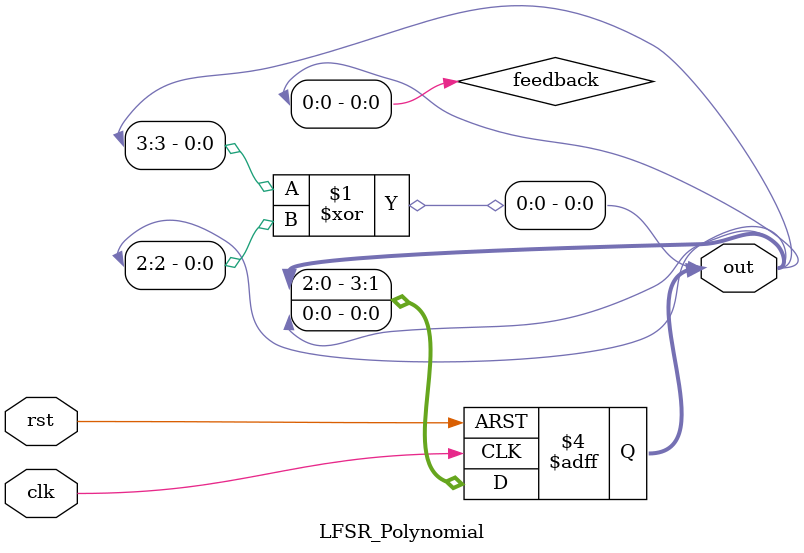
<source format=v>
`timescale 1ns / 1ps


module LFSR_Polynomial(clk,rst,out); 
  output reg [3:0]out;
  input clk, rst;
        
  wire feedback;
  assign feedback = out[3] ^ out[2];
  
  always@(*)
  out[0]=feedback;

always @(posedge clk, posedge rst)
  begin
    if (rst) begin
      out[3] = 1'b1;
      out[2] = 1'b1;
      out[1] = 1'b1;
      out[0] = 1'b1;
      end
    else
      out = {out[2:0],feedback};
  end
endmodule

</source>
